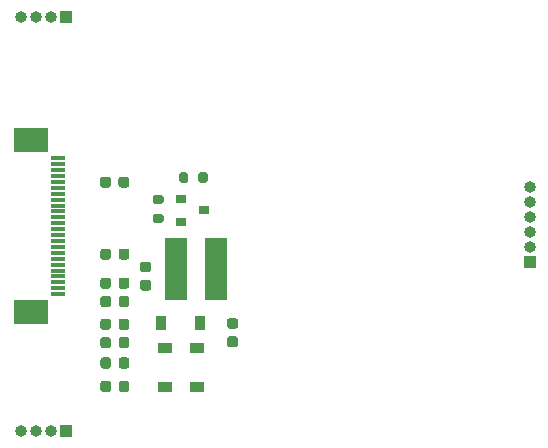
<source format=gbs>
%TF.GenerationSoftware,KiCad,Pcbnew,(5.1.8)-1*%
%TF.CreationDate,2021-05-19T16:55:57+03:00*%
%TF.ProjectId,eInk_DS18B20,65496e6b-5f44-4533-9138-4232302e6b69,rev?*%
%TF.SameCoordinates,Original*%
%TF.FileFunction,Soldermask,Bot*%
%TF.FilePolarity,Negative*%
%FSLAX46Y46*%
G04 Gerber Fmt 4.6, Leading zero omitted, Abs format (unit mm)*
G04 Created by KiCad (PCBNEW (5.1.8)-1) date 2021-05-19 16:55:57*
%MOMM*%
%LPD*%
G01*
G04 APERTURE LIST*
%ADD10R,1.200000X0.900000*%
%ADD11R,0.900000X1.200000*%
%ADD12R,0.900000X0.800000*%
%ADD13R,1.250000X0.300000*%
%ADD14R,3.000000X2.000000*%
%ADD15O,1.000000X1.000000*%
%ADD16R,1.000000X1.000000*%
%ADD17R,1.900000X5.300000*%
G04 APERTURE END LIST*
D10*
%TO.C,D1*%
X81788000Y-87326200D03*
X81788000Y-90626200D03*
%TD*%
%TO.C,D2*%
X84531200Y-87301800D03*
X84531200Y-90601800D03*
%TD*%
D11*
%TO.C,D3*%
X81409000Y-85242400D03*
X84709000Y-85242400D03*
%TD*%
D12*
%TO.C,Q1*%
X83099400Y-76616600D03*
X83099400Y-74716600D03*
X85099400Y-75666600D03*
%TD*%
D13*
%TO.C,J1*%
X72745600Y-71262600D03*
X72745600Y-71762600D03*
X72745600Y-72262600D03*
X72745600Y-72762600D03*
X72745600Y-73262600D03*
X72745600Y-73762600D03*
X72745600Y-74262600D03*
X72745600Y-74762600D03*
X72745600Y-75262600D03*
X72745600Y-75762600D03*
X72745600Y-76262600D03*
X72745600Y-76762600D03*
X72745600Y-77262600D03*
X72745600Y-77762600D03*
X72745600Y-78262600D03*
X72745600Y-78762600D03*
X72745600Y-79262600D03*
X72745600Y-79762600D03*
X72745600Y-80262600D03*
X72745600Y-80762600D03*
X72745600Y-81262600D03*
X72745600Y-81762600D03*
X72745600Y-82262600D03*
X72745600Y-82762600D03*
D14*
X70420600Y-84302600D03*
X70420600Y-69722600D03*
%TD*%
%TO.C,C1*%
G36*
G01*
X79887000Y-80017200D02*
X80387000Y-80017200D01*
G75*
G02*
X80612000Y-80242200I0J-225000D01*
G01*
X80612000Y-80692200D01*
G75*
G02*
X80387000Y-80917200I-225000J0D01*
G01*
X79887000Y-80917200D01*
G75*
G02*
X79662000Y-80692200I0J225000D01*
G01*
X79662000Y-80242200D01*
G75*
G02*
X79887000Y-80017200I225000J0D01*
G01*
G37*
G36*
G01*
X79887000Y-81567200D02*
X80387000Y-81567200D01*
G75*
G02*
X80612000Y-81792200I0J-225000D01*
G01*
X80612000Y-82242200D01*
G75*
G02*
X80387000Y-82467200I-225000J0D01*
G01*
X79887000Y-82467200D01*
G75*
G02*
X79662000Y-82242200I0J225000D01*
G01*
X79662000Y-81792200D01*
G75*
G02*
X79887000Y-81567200I225000J0D01*
G01*
G37*
%TD*%
%TO.C,C2*%
G36*
G01*
X87753000Y-85692400D02*
X87253000Y-85692400D01*
G75*
G02*
X87028000Y-85467400I0J225000D01*
G01*
X87028000Y-85017400D01*
G75*
G02*
X87253000Y-84792400I225000J0D01*
G01*
X87753000Y-84792400D01*
G75*
G02*
X87978000Y-85017400I0J-225000D01*
G01*
X87978000Y-85467400D01*
G75*
G02*
X87753000Y-85692400I-225000J0D01*
G01*
G37*
G36*
G01*
X87753000Y-87242400D02*
X87253000Y-87242400D01*
G75*
G02*
X87028000Y-87017400I0J225000D01*
G01*
X87028000Y-86567400D01*
G75*
G02*
X87253000Y-86342400I225000J0D01*
G01*
X87753000Y-86342400D01*
G75*
G02*
X87978000Y-86567400I0J-225000D01*
G01*
X87978000Y-87017400D01*
G75*
G02*
X87753000Y-87242400I-225000J0D01*
G01*
G37*
%TD*%
%TO.C,C3*%
G36*
G01*
X77858800Y-85568600D02*
X77858800Y-85068600D01*
G75*
G02*
X78083800Y-84843600I225000J0D01*
G01*
X78533800Y-84843600D01*
G75*
G02*
X78758800Y-85068600I0J-225000D01*
G01*
X78758800Y-85568600D01*
G75*
G02*
X78533800Y-85793600I-225000J0D01*
G01*
X78083800Y-85793600D01*
G75*
G02*
X77858800Y-85568600I0J225000D01*
G01*
G37*
G36*
G01*
X76308800Y-85568600D02*
X76308800Y-85068600D01*
G75*
G02*
X76533800Y-84843600I225000J0D01*
G01*
X76983800Y-84843600D01*
G75*
G02*
X77208800Y-85068600I0J-225000D01*
G01*
X77208800Y-85568600D01*
G75*
G02*
X76983800Y-85793600I-225000J0D01*
G01*
X76533800Y-85793600D01*
G75*
G02*
X76308800Y-85568600I0J225000D01*
G01*
G37*
%TD*%
%TO.C,C4*%
G36*
G01*
X77858200Y-79625000D02*
X77858200Y-79125000D01*
G75*
G02*
X78083200Y-78900000I225000J0D01*
G01*
X78533200Y-78900000D01*
G75*
G02*
X78758200Y-79125000I0J-225000D01*
G01*
X78758200Y-79625000D01*
G75*
G02*
X78533200Y-79850000I-225000J0D01*
G01*
X78083200Y-79850000D01*
G75*
G02*
X77858200Y-79625000I0J225000D01*
G01*
G37*
G36*
G01*
X76308200Y-79625000D02*
X76308200Y-79125000D01*
G75*
G02*
X76533200Y-78900000I225000J0D01*
G01*
X76983200Y-78900000D01*
G75*
G02*
X77208200Y-79125000I0J-225000D01*
G01*
X77208200Y-79625000D01*
G75*
G02*
X76983200Y-79850000I-225000J0D01*
G01*
X76533200Y-79850000D01*
G75*
G02*
X76308200Y-79625000I0J225000D01*
G01*
G37*
%TD*%
%TO.C,C5*%
G36*
G01*
X76308800Y-83638200D02*
X76308800Y-83138200D01*
G75*
G02*
X76533800Y-82913200I225000J0D01*
G01*
X76983800Y-82913200D01*
G75*
G02*
X77208800Y-83138200I0J-225000D01*
G01*
X77208800Y-83638200D01*
G75*
G02*
X76983800Y-83863200I-225000J0D01*
G01*
X76533800Y-83863200D01*
G75*
G02*
X76308800Y-83638200I0J225000D01*
G01*
G37*
G36*
G01*
X77858800Y-83638200D02*
X77858800Y-83138200D01*
G75*
G02*
X78083800Y-82913200I225000J0D01*
G01*
X78533800Y-82913200D01*
G75*
G02*
X78758800Y-83138200I0J-225000D01*
G01*
X78758800Y-83638200D01*
G75*
G02*
X78533800Y-83863200I-225000J0D01*
G01*
X78083800Y-83863200D01*
G75*
G02*
X77858800Y-83638200I0J225000D01*
G01*
G37*
%TD*%
%TO.C,C6*%
G36*
G01*
X77861000Y-88845200D02*
X77861000Y-88345200D01*
G75*
G02*
X78086000Y-88120200I225000J0D01*
G01*
X78536000Y-88120200D01*
G75*
G02*
X78761000Y-88345200I0J-225000D01*
G01*
X78761000Y-88845200D01*
G75*
G02*
X78536000Y-89070200I-225000J0D01*
G01*
X78086000Y-89070200D01*
G75*
G02*
X77861000Y-88845200I0J225000D01*
G01*
G37*
G36*
G01*
X76311000Y-88845200D02*
X76311000Y-88345200D01*
G75*
G02*
X76536000Y-88120200I225000J0D01*
G01*
X76986000Y-88120200D01*
G75*
G02*
X77211000Y-88345200I0J-225000D01*
G01*
X77211000Y-88845200D01*
G75*
G02*
X76986000Y-89070200I-225000J0D01*
G01*
X76536000Y-89070200D01*
G75*
G02*
X76311000Y-88845200I0J225000D01*
G01*
G37*
%TD*%
%TO.C,C7*%
G36*
G01*
X76295800Y-73529000D02*
X76295800Y-73029000D01*
G75*
G02*
X76520800Y-72804000I225000J0D01*
G01*
X76970800Y-72804000D01*
G75*
G02*
X77195800Y-73029000I0J-225000D01*
G01*
X77195800Y-73529000D01*
G75*
G02*
X76970800Y-73754000I-225000J0D01*
G01*
X76520800Y-73754000D01*
G75*
G02*
X76295800Y-73529000I0J225000D01*
G01*
G37*
G36*
G01*
X77845800Y-73529000D02*
X77845800Y-73029000D01*
G75*
G02*
X78070800Y-72804000I225000J0D01*
G01*
X78520800Y-72804000D01*
G75*
G02*
X78745800Y-73029000I0J-225000D01*
G01*
X78745800Y-73529000D01*
G75*
G02*
X78520800Y-73754000I-225000J0D01*
G01*
X78070800Y-73754000D01*
G75*
G02*
X77845800Y-73529000I0J225000D01*
G01*
G37*
%TD*%
%TO.C,C8*%
G36*
G01*
X76308800Y-82088800D02*
X76308800Y-81588800D01*
G75*
G02*
X76533800Y-81363800I225000J0D01*
G01*
X76983800Y-81363800D01*
G75*
G02*
X77208800Y-81588800I0J-225000D01*
G01*
X77208800Y-82088800D01*
G75*
G02*
X76983800Y-82313800I-225000J0D01*
G01*
X76533800Y-82313800D01*
G75*
G02*
X76308800Y-82088800I0J225000D01*
G01*
G37*
G36*
G01*
X77858800Y-82088800D02*
X77858800Y-81588800D01*
G75*
G02*
X78083800Y-81363800I225000J0D01*
G01*
X78533800Y-81363800D01*
G75*
G02*
X78758800Y-81588800I0J-225000D01*
G01*
X78758800Y-82088800D01*
G75*
G02*
X78533800Y-82313800I-225000J0D01*
G01*
X78083800Y-82313800D01*
G75*
G02*
X77858800Y-82088800I0J225000D01*
G01*
G37*
%TD*%
%TO.C,C9*%
G36*
G01*
X76311000Y-87118000D02*
X76311000Y-86618000D01*
G75*
G02*
X76536000Y-86393000I225000J0D01*
G01*
X76986000Y-86393000D01*
G75*
G02*
X77211000Y-86618000I0J-225000D01*
G01*
X77211000Y-87118000D01*
G75*
G02*
X76986000Y-87343000I-225000J0D01*
G01*
X76536000Y-87343000D01*
G75*
G02*
X76311000Y-87118000I0J225000D01*
G01*
G37*
G36*
G01*
X77861000Y-87118000D02*
X77861000Y-86618000D01*
G75*
G02*
X78086000Y-86393000I225000J0D01*
G01*
X78536000Y-86393000D01*
G75*
G02*
X78761000Y-86618000I0J-225000D01*
G01*
X78761000Y-87118000D01*
G75*
G02*
X78536000Y-87343000I-225000J0D01*
G01*
X78086000Y-87343000D01*
G75*
G02*
X77861000Y-87118000I0J225000D01*
G01*
G37*
%TD*%
%TO.C,C10*%
G36*
G01*
X76311000Y-90826400D02*
X76311000Y-90326400D01*
G75*
G02*
X76536000Y-90101400I225000J0D01*
G01*
X76986000Y-90101400D01*
G75*
G02*
X77211000Y-90326400I0J-225000D01*
G01*
X77211000Y-90826400D01*
G75*
G02*
X76986000Y-91051400I-225000J0D01*
G01*
X76536000Y-91051400D01*
G75*
G02*
X76311000Y-90826400I0J225000D01*
G01*
G37*
G36*
G01*
X77861000Y-90826400D02*
X77861000Y-90326400D01*
G75*
G02*
X78086000Y-90101400I225000J0D01*
G01*
X78536000Y-90101400D01*
G75*
G02*
X78761000Y-90326400I0J-225000D01*
G01*
X78761000Y-90826400D01*
G75*
G02*
X78536000Y-91051400I-225000J0D01*
G01*
X78086000Y-91051400D01*
G75*
G02*
X77861000Y-90826400I0J225000D01*
G01*
G37*
%TD*%
%TO.C,R1*%
G36*
G01*
X82962800Y-73173000D02*
X82962800Y-72623000D01*
G75*
G02*
X83162800Y-72423000I200000J0D01*
G01*
X83562800Y-72423000D01*
G75*
G02*
X83762800Y-72623000I0J-200000D01*
G01*
X83762800Y-73173000D01*
G75*
G02*
X83562800Y-73373000I-200000J0D01*
G01*
X83162800Y-73373000D01*
G75*
G02*
X82962800Y-73173000I0J200000D01*
G01*
G37*
G36*
G01*
X84612800Y-73173000D02*
X84612800Y-72623000D01*
G75*
G02*
X84812800Y-72423000I200000J0D01*
G01*
X85212800Y-72423000D01*
G75*
G02*
X85412800Y-72623000I0J-200000D01*
G01*
X85412800Y-73173000D01*
G75*
G02*
X85212800Y-73373000I-200000J0D01*
G01*
X84812800Y-73373000D01*
G75*
G02*
X84612800Y-73173000I0J200000D01*
G01*
G37*
%TD*%
%TO.C,R2*%
G36*
G01*
X80928800Y-75976800D02*
X81478800Y-75976800D01*
G75*
G02*
X81678800Y-76176800I0J-200000D01*
G01*
X81678800Y-76576800D01*
G75*
G02*
X81478800Y-76776800I-200000J0D01*
G01*
X80928800Y-76776800D01*
G75*
G02*
X80728800Y-76576800I0J200000D01*
G01*
X80728800Y-76176800D01*
G75*
G02*
X80928800Y-75976800I200000J0D01*
G01*
G37*
G36*
G01*
X80928800Y-74326800D02*
X81478800Y-74326800D01*
G75*
G02*
X81678800Y-74526800I0J-200000D01*
G01*
X81678800Y-74926800D01*
G75*
G02*
X81478800Y-75126800I-200000J0D01*
G01*
X80928800Y-75126800D01*
G75*
G02*
X80728800Y-74926800I0J200000D01*
G01*
X80728800Y-74526800D01*
G75*
G02*
X80928800Y-74326800I200000J0D01*
G01*
G37*
%TD*%
D15*
%TO.C,J2*%
X69596000Y-94386400D03*
X70866000Y-94386400D03*
X72136000Y-94386400D03*
D16*
X73406000Y-94386400D03*
%TD*%
%TO.C,J3*%
X73406000Y-59283600D03*
D15*
X72136000Y-59283600D03*
X70866000Y-59283600D03*
X69596000Y-59283600D03*
%TD*%
D17*
%TO.C,L1*%
X82678400Y-80619600D03*
X86078400Y-80619600D03*
%TD*%
D15*
%TO.C,J4*%
X112649000Y-73660000D03*
X112649000Y-74930000D03*
X112649000Y-76200000D03*
X112649000Y-77470000D03*
X112649000Y-78740000D03*
D16*
X112649000Y-80010000D03*
%TD*%
M02*

</source>
